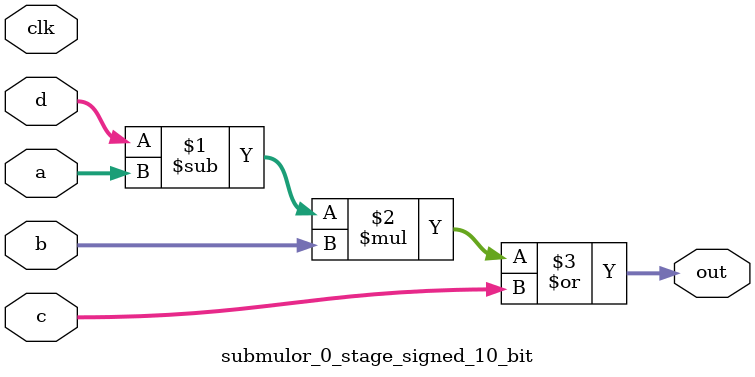
<source format=sv>
(* use_dsp = "yes" *) module submulor_0_stage_signed_10_bit(
	input signed [9:0] a,
	input signed [9:0] b,
	input signed [9:0] c,
	input signed [9:0] d,
	output [9:0] out,
	input clk);

	assign out = ((d - a) * b) | c;
endmodule

</source>
